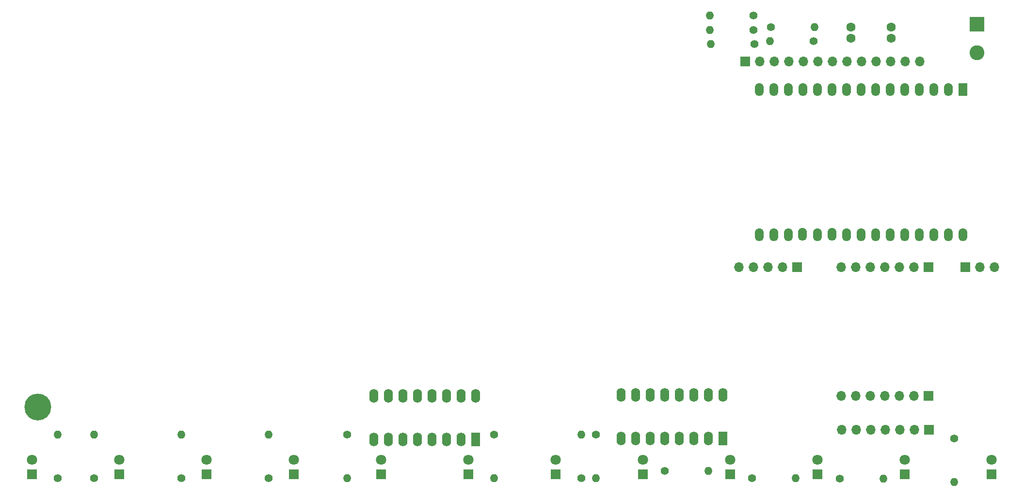
<source format=gbr>
%TF.GenerationSoftware,KiCad,Pcbnew,8.0.7*%
%TF.CreationDate,2025-02-10T21:08:13+01:00*%
%TF.ProjectId,stib_display,73746962-5f64-4697-9370-6c61792e6b69,2*%
%TF.SameCoordinates,Original*%
%TF.FileFunction,Soldermask,Top*%
%TF.FilePolarity,Negative*%
%FSLAX46Y46*%
G04 Gerber Fmt 4.6, Leading zero omitted, Abs format (unit mm)*
G04 Created by KiCad (PCBNEW 8.0.7) date 2025-02-10 21:08:13*
%MOMM*%
%LPD*%
G01*
G04 APERTURE LIST*
%ADD10R,1.800000X1.800000*%
%ADD11C,1.800000*%
%ADD12C,3.100000*%
%ADD13C,4.700000*%
%ADD14R,2.600000X2.600000*%
%ADD15C,2.600000*%
%ADD16C,1.400000*%
%ADD17O,1.400000X1.400000*%
%ADD18R,1.700000X1.700000*%
%ADD19O,1.700000X1.700000*%
%ADD20R,1.600000X2.400000*%
%ADD21O,1.600000X2.400000*%
%ADD22C,1.600000*%
%ADD23R,1.524000X2.286000*%
%ADD24O,1.524000X2.286000*%
G04 APERTURE END LIST*
D10*
%TO.C,D10*%
X233680000Y-104775000D03*
D11*
X233680000Y-102235000D03*
%TD*%
D10*
%TO.C,D6*%
X172720000Y-104775000D03*
D11*
X172720000Y-102235000D03*
%TD*%
D10*
%TO.C,D12*%
X264000000Y-104775000D03*
D11*
X264000000Y-102235000D03*
%TD*%
D10*
%TO.C,D8*%
X203200000Y-104780000D03*
D11*
X203200000Y-102240000D03*
%TD*%
D10*
%TO.C,D2*%
X111760000Y-104775000D03*
D11*
X111760000Y-102235000D03*
%TD*%
D10*
%TO.C,D3*%
X127000000Y-104780000D03*
D11*
X127000000Y-102240000D03*
%TD*%
D10*
%TO.C,D9*%
X218440000Y-104775000D03*
D11*
X218440000Y-102235000D03*
%TD*%
D10*
%TO.C,D7*%
X187960000Y-104775000D03*
D11*
X187960000Y-102235000D03*
%TD*%
D10*
%TO.C,D4*%
X142240000Y-104780000D03*
D11*
X142240000Y-102240000D03*
%TD*%
D10*
%TO.C,D11*%
X248920000Y-104780000D03*
D11*
X248920000Y-102240000D03*
%TD*%
D12*
%TO.C,H1*%
X97500000Y-93000000D03*
D13*
X97500000Y-93000000D03*
%TD*%
D10*
%TO.C,D1*%
X96520000Y-104780000D03*
D11*
X96520000Y-102240000D03*
%TD*%
D10*
%TO.C,D5*%
X157480000Y-104780000D03*
D11*
X157480000Y-102240000D03*
%TD*%
D14*
%TO.C,J7*%
X261500000Y-26000000D03*
D15*
X261500000Y-31000000D03*
%TD*%
D16*
%TO.C,R16*%
X222500000Y-27000000D03*
D17*
X214880000Y-27000000D03*
%TD*%
D16*
%TO.C,R14*%
X225500000Y-26500000D03*
D17*
X233120000Y-26500000D03*
%TD*%
D18*
%TO.C,J3*%
X230050000Y-68475000D03*
D19*
X227510000Y-68475000D03*
X224970000Y-68475000D03*
X222430000Y-68475000D03*
X219890000Y-68475000D03*
%TD*%
D16*
%TO.C,R4*%
X137795000Y-105410000D03*
D17*
X137795000Y-97790000D03*
%TD*%
D16*
%TO.C,R3*%
X122555000Y-105410000D03*
D17*
X122555000Y-97790000D03*
%TD*%
D18*
%TO.C,J2*%
X259500000Y-68500000D03*
D19*
X262040000Y-68500000D03*
X264580000Y-68500000D03*
%TD*%
%TO.C,J5*%
X237800000Y-91000000D03*
X240340000Y-91000000D03*
X242880000Y-91000000D03*
X245420000Y-91000000D03*
X247960000Y-91000000D03*
X250500000Y-91000000D03*
D18*
X253040000Y-91000000D03*
%TD*%
D16*
%TO.C,R17*%
X233000000Y-29000000D03*
D17*
X225380000Y-29000000D03*
%TD*%
D20*
%TO.C,U2*%
X217155000Y-98440000D03*
D21*
X214615000Y-98440000D03*
X212075000Y-98440000D03*
X209535000Y-98440000D03*
X206995000Y-98440000D03*
X204455000Y-98440000D03*
X201915000Y-98440000D03*
X199375000Y-98440000D03*
X199375000Y-90820000D03*
X201915000Y-90820000D03*
X204455000Y-90820000D03*
X206995000Y-90820000D03*
X209535000Y-90820000D03*
X212075000Y-90820000D03*
X214615000Y-90820000D03*
X217155000Y-90820000D03*
%TD*%
D16*
%TO.C,R9*%
X207010000Y-104140000D03*
D17*
X214630000Y-104140000D03*
%TD*%
D22*
%TO.C,C6*%
X239500000Y-26500000D03*
X239500000Y-28500000D03*
%TD*%
D16*
%TO.C,R13*%
X222500000Y-24500000D03*
D17*
X214880000Y-24500000D03*
%TD*%
D16*
%TO.C,R6*%
X177165000Y-97790000D03*
D17*
X177165000Y-105410000D03*
%TD*%
D16*
%TO.C,R7*%
X192405000Y-105410000D03*
D17*
X192405000Y-97790000D03*
%TD*%
D16*
%TO.C,R2*%
X107315000Y-105410000D03*
D17*
X107315000Y-97790000D03*
%TD*%
D16*
%TO.C,R8*%
X194945000Y-97790000D03*
D17*
X194945000Y-105410000D03*
%TD*%
D22*
%TO.C,C4*%
X246500000Y-26500000D03*
X246500000Y-28500000D03*
%TD*%
D23*
%TO.C,U3*%
X259030000Y-37415000D03*
D24*
X256490000Y-37415000D03*
X259030000Y-62815000D03*
X223470000Y-37415000D03*
X226010000Y-37415000D03*
X228550000Y-37415000D03*
X231090000Y-37415000D03*
X233630000Y-37415000D03*
X236170000Y-37415000D03*
X238710000Y-37415000D03*
X241250000Y-37415000D03*
X243790000Y-37415000D03*
X246330000Y-37415000D03*
X248870000Y-37415000D03*
X251410000Y-37415000D03*
X253950000Y-37415000D03*
X253950000Y-62815000D03*
X251410000Y-62815000D03*
X248870000Y-62815000D03*
X246330000Y-62815000D03*
X243790000Y-62815000D03*
X241250000Y-62815000D03*
X238710000Y-62815000D03*
X236170000Y-62789977D03*
X233630000Y-62815000D03*
X230989912Y-62789977D03*
X228550000Y-62815000D03*
X226010000Y-62815000D03*
X223470000Y-62815000D03*
X256490000Y-62815000D03*
%TD*%
D20*
%TO.C,U1*%
X173975000Y-98620000D03*
D21*
X171435000Y-98620000D03*
X168895000Y-98620000D03*
X166355000Y-98620000D03*
X163815000Y-98620000D03*
X161275000Y-98620000D03*
X158735000Y-98620000D03*
X156195000Y-98620000D03*
X156195000Y-91000000D03*
X158735000Y-91000000D03*
X161275000Y-91000000D03*
X163815000Y-91000000D03*
X166355000Y-91000000D03*
X168895000Y-91000000D03*
X171435000Y-91000000D03*
X173975000Y-91000000D03*
%TD*%
D16*
%TO.C,R11*%
X237500000Y-105500000D03*
D17*
X245120000Y-105500000D03*
%TD*%
D16*
%TO.C,R15*%
X222620000Y-29500000D03*
D17*
X215000000Y-29500000D03*
%TD*%
D16*
%TO.C,R10*%
X222250000Y-105410000D03*
D17*
X229870000Y-105410000D03*
%TD*%
D19*
%TO.C,J4*%
X237840000Y-97000000D03*
X240380000Y-97000000D03*
X242920000Y-97000000D03*
X245460000Y-97000000D03*
X248000000Y-97000000D03*
X250540000Y-97000000D03*
D18*
X253080000Y-97000000D03*
%TD*%
D16*
%TO.C,R1*%
X101000000Y-105410000D03*
D17*
X101000000Y-97790000D03*
%TD*%
D18*
%TO.C,J1*%
X221060000Y-32500000D03*
D19*
X223600000Y-32500000D03*
X226140000Y-32500000D03*
X228680000Y-32500000D03*
X231220000Y-32500000D03*
X233760000Y-32500000D03*
X236300000Y-32500000D03*
X238840000Y-32500000D03*
X241380000Y-32500000D03*
X243920000Y-32500000D03*
X246460000Y-32500000D03*
X249000000Y-32500000D03*
X251540000Y-32500000D03*
%TD*%
D16*
%TO.C,R5*%
X151500000Y-97790000D03*
D17*
X151500000Y-105410000D03*
%TD*%
D18*
%TO.C,J6*%
X253040000Y-68500000D03*
D19*
X250500000Y-68500000D03*
X247960000Y-68500000D03*
X245420000Y-68500000D03*
X242880000Y-68500000D03*
X240340000Y-68500000D03*
X237800000Y-68500000D03*
%TD*%
D16*
%TO.C,R12*%
X257500000Y-98500000D03*
D17*
X257500000Y-106120000D03*
%TD*%
M02*

</source>
